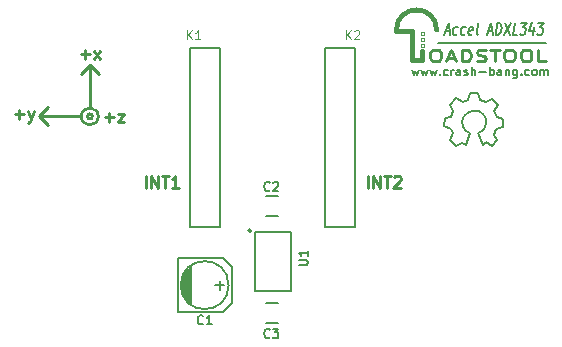
<source format=gto>
G04 #@! TF.FileFunction,Legend,Top*
%FSLAX46Y46*%
G04 Gerber Fmt 4.6, Leading zero omitted, Abs format (unit mm)*
G04 Created by KiCad (PCBNEW (2015-04-22 BZR 5620)-product) date 02/01/2016 09:16:18*
%MOMM*%
G01*
G04 APERTURE LIST*
%ADD10C,0.100000*%
%ADD11C,0.250000*%
%ADD12C,0.200000*%
%ADD13C,0.127000*%
%ADD14C,0.190500*%
%ADD15C,0.400000*%
%ADD16C,0.150000*%
%ADD17C,0.125000*%
G04 APERTURE END LIST*
D10*
D11*
X216297048Y-114244381D02*
X216297048Y-113244381D01*
X216773238Y-114244381D02*
X216773238Y-113244381D01*
X217344667Y-114244381D01*
X217344667Y-113244381D01*
X217678000Y-113244381D02*
X218249429Y-113244381D01*
X217963714Y-114244381D02*
X217963714Y-113244381D01*
X218535143Y-113339619D02*
X218582762Y-113292000D01*
X218678000Y-113244381D01*
X218916096Y-113244381D01*
X219011334Y-113292000D01*
X219058953Y-113339619D01*
X219106572Y-113434857D01*
X219106572Y-113530095D01*
X219058953Y-113672952D01*
X218487524Y-114244381D01*
X219106572Y-114244381D01*
X197501048Y-114244381D02*
X197501048Y-113244381D01*
X197977238Y-114244381D02*
X197977238Y-113244381D01*
X198548667Y-114244381D01*
X198548667Y-113244381D01*
X198882000Y-113244381D02*
X199453429Y-113244381D01*
X199167714Y-114244381D02*
X199167714Y-113244381D01*
X200310572Y-114244381D02*
X199739143Y-114244381D01*
X200024857Y-114244381D02*
X200024857Y-113244381D01*
X199929619Y-113387238D01*
X199834381Y-113482476D01*
X199739143Y-113530095D01*
X192000286Y-102941429D02*
X192762191Y-102941429D01*
X192381239Y-103322381D02*
X192381239Y-102560476D01*
X193143143Y-103322381D02*
X193666953Y-102655714D01*
X193143143Y-102655714D02*
X193666953Y-103322381D01*
X186436095Y-108021429D02*
X187198000Y-108021429D01*
X186817048Y-108402381D02*
X186817048Y-107640476D01*
X187578952Y-107735714D02*
X187817047Y-108402381D01*
X188055143Y-107735714D02*
X187817047Y-108402381D01*
X187721809Y-108640476D01*
X187674190Y-108688095D01*
X187578952Y-108735714D01*
X194032286Y-108275429D02*
X194794191Y-108275429D01*
X194413239Y-108656381D02*
X194413239Y-107894476D01*
X195175143Y-107989714D02*
X195698953Y-107989714D01*
X195175143Y-108656381D01*
X195698953Y-108656381D01*
X188468000Y-108204000D02*
X189230000Y-108966000D01*
X188468000Y-108204000D02*
X189230000Y-107442000D01*
X192786000Y-103886000D02*
X193548000Y-104648000D01*
X192786000Y-103886000D02*
X192024000Y-104648000D01*
X192024000Y-108204000D02*
X188468000Y-108204000D01*
X192786000Y-107442000D02*
X192786000Y-103886000D01*
X193006000Y-108204000D02*
G75*
G03X193006000Y-108204000I-220000J0D01*
G01*
X193504420Y-108204000D02*
G75*
G03X193504420Y-108204000I-718420J0D01*
G01*
D12*
X222250000Y-101981000D02*
X231386000Y-101981000D01*
D13*
X220068143Y-104237786D02*
X220207000Y-104723786D01*
X220345857Y-104376643D01*
X220484714Y-104723786D01*
X220623571Y-104237786D01*
X220831857Y-104237786D02*
X220970714Y-104723786D01*
X221109571Y-104376643D01*
X221248428Y-104723786D01*
X221387285Y-104237786D01*
X221595571Y-104237786D02*
X221734428Y-104723786D01*
X221873285Y-104376643D01*
X222012142Y-104723786D01*
X222150999Y-104237786D01*
X222428713Y-104654357D02*
X222463428Y-104689071D01*
X222428713Y-104723786D01*
X222393999Y-104689071D01*
X222428713Y-104654357D01*
X222428713Y-104723786D01*
X223088285Y-104689071D02*
X223018856Y-104723786D01*
X222879999Y-104723786D01*
X222810571Y-104689071D01*
X222775856Y-104654357D01*
X222741142Y-104584929D01*
X222741142Y-104376643D01*
X222775856Y-104307214D01*
X222810571Y-104272500D01*
X222879999Y-104237786D01*
X223018856Y-104237786D01*
X223088285Y-104272500D01*
X223400713Y-104723786D02*
X223400713Y-104237786D01*
X223400713Y-104376643D02*
X223435428Y-104307214D01*
X223470142Y-104272500D01*
X223539571Y-104237786D01*
X223608999Y-104237786D01*
X224164428Y-104723786D02*
X224164428Y-104341929D01*
X224129714Y-104272500D01*
X224060285Y-104237786D01*
X223921428Y-104237786D01*
X223851999Y-104272500D01*
X224164428Y-104689071D02*
X224094999Y-104723786D01*
X223921428Y-104723786D01*
X223851999Y-104689071D01*
X223817285Y-104619643D01*
X223817285Y-104550214D01*
X223851999Y-104480786D01*
X223921428Y-104446071D01*
X224094999Y-104446071D01*
X224164428Y-104411357D01*
X224476856Y-104689071D02*
X224546285Y-104723786D01*
X224685142Y-104723786D01*
X224754570Y-104689071D01*
X224789285Y-104619643D01*
X224789285Y-104584929D01*
X224754570Y-104515500D01*
X224685142Y-104480786D01*
X224580999Y-104480786D01*
X224511570Y-104446071D01*
X224476856Y-104376643D01*
X224476856Y-104341929D01*
X224511570Y-104272500D01*
X224580999Y-104237786D01*
X224685142Y-104237786D01*
X224754570Y-104272500D01*
X225101713Y-104723786D02*
X225101713Y-103994786D01*
X225414142Y-104723786D02*
X225414142Y-104341929D01*
X225379428Y-104272500D01*
X225309999Y-104237786D01*
X225205856Y-104237786D01*
X225136428Y-104272500D01*
X225101713Y-104307214D01*
X225761284Y-104446071D02*
X226316713Y-104446071D01*
X226663855Y-104723786D02*
X226663855Y-103994786D01*
X226663855Y-104272500D02*
X226733284Y-104237786D01*
X226872141Y-104237786D01*
X226941570Y-104272500D01*
X226976284Y-104307214D01*
X227010998Y-104376643D01*
X227010998Y-104584929D01*
X226976284Y-104654357D01*
X226941570Y-104689071D01*
X226872141Y-104723786D01*
X226733284Y-104723786D01*
X226663855Y-104689071D01*
X227635855Y-104723786D02*
X227635855Y-104341929D01*
X227601141Y-104272500D01*
X227531712Y-104237786D01*
X227392855Y-104237786D01*
X227323426Y-104272500D01*
X227635855Y-104689071D02*
X227566426Y-104723786D01*
X227392855Y-104723786D01*
X227323426Y-104689071D01*
X227288712Y-104619643D01*
X227288712Y-104550214D01*
X227323426Y-104480786D01*
X227392855Y-104446071D01*
X227566426Y-104446071D01*
X227635855Y-104411357D01*
X227982997Y-104237786D02*
X227982997Y-104723786D01*
X227982997Y-104307214D02*
X228017712Y-104272500D01*
X228087140Y-104237786D01*
X228191283Y-104237786D01*
X228260712Y-104272500D01*
X228295426Y-104341929D01*
X228295426Y-104723786D01*
X228954997Y-104237786D02*
X228954997Y-104827929D01*
X228920283Y-104897357D01*
X228885568Y-104932071D01*
X228816140Y-104966786D01*
X228711997Y-104966786D01*
X228642568Y-104932071D01*
X228954997Y-104689071D02*
X228885568Y-104723786D01*
X228746711Y-104723786D01*
X228677283Y-104689071D01*
X228642568Y-104654357D01*
X228607854Y-104584929D01*
X228607854Y-104376643D01*
X228642568Y-104307214D01*
X228677283Y-104272500D01*
X228746711Y-104237786D01*
X228885568Y-104237786D01*
X228954997Y-104272500D01*
X229302139Y-104654357D02*
X229336854Y-104689071D01*
X229302139Y-104723786D01*
X229267425Y-104689071D01*
X229302139Y-104654357D01*
X229302139Y-104723786D01*
X229961711Y-104689071D02*
X229892282Y-104723786D01*
X229753425Y-104723786D01*
X229683997Y-104689071D01*
X229649282Y-104654357D01*
X229614568Y-104584929D01*
X229614568Y-104376643D01*
X229649282Y-104307214D01*
X229683997Y-104272500D01*
X229753425Y-104237786D01*
X229892282Y-104237786D01*
X229961711Y-104272500D01*
X230378282Y-104723786D02*
X230308854Y-104689071D01*
X230274139Y-104654357D01*
X230239425Y-104584929D01*
X230239425Y-104376643D01*
X230274139Y-104307214D01*
X230308854Y-104272500D01*
X230378282Y-104237786D01*
X230482425Y-104237786D01*
X230551854Y-104272500D01*
X230586568Y-104307214D01*
X230621282Y-104376643D01*
X230621282Y-104584929D01*
X230586568Y-104654357D01*
X230551854Y-104689071D01*
X230482425Y-104723786D01*
X230378282Y-104723786D01*
X230933710Y-104723786D02*
X230933710Y-104237786D01*
X230933710Y-104307214D02*
X230968425Y-104272500D01*
X231037853Y-104237786D01*
X231141996Y-104237786D01*
X231211425Y-104272500D01*
X231246139Y-104341929D01*
X231246139Y-104723786D01*
X231246139Y-104341929D02*
X231280853Y-104272500D01*
X231350282Y-104237786D01*
X231454425Y-104237786D01*
X231523853Y-104272500D01*
X231558568Y-104341929D01*
X231558568Y-104723786D01*
D14*
X222894918Y-101004667D02*
X223257775Y-101004667D01*
X222786631Y-101290381D02*
X223165631Y-100290381D01*
X223294631Y-101290381D01*
X223881156Y-101242762D02*
X223802632Y-101290381D01*
X223657489Y-101290381D01*
X223590870Y-101242762D01*
X223560537Y-101195143D01*
X223536156Y-101099905D01*
X223571870Y-100814190D01*
X223620061Y-100718952D01*
X223662298Y-100671333D01*
X223740823Y-100623714D01*
X223885966Y-100623714D01*
X223952584Y-100671333D01*
X224534299Y-101242762D02*
X224455775Y-101290381D01*
X224310632Y-101290381D01*
X224244013Y-101242762D01*
X224213680Y-101195143D01*
X224189299Y-101099905D01*
X224225013Y-100814190D01*
X224273204Y-100718952D01*
X224315441Y-100671333D01*
X224393966Y-100623714D01*
X224539109Y-100623714D01*
X224605727Y-100671333D01*
X225151156Y-101242762D02*
X225072632Y-101290381D01*
X224927489Y-101290381D01*
X224860871Y-101242762D01*
X224836490Y-101147524D01*
X224884109Y-100766571D01*
X224932299Y-100671333D01*
X225010823Y-100623714D01*
X225155966Y-100623714D01*
X225222584Y-100671333D01*
X225246966Y-100766571D01*
X225235061Y-100861810D01*
X224860299Y-100957048D01*
X225616918Y-101290381D02*
X225550299Y-101242762D01*
X225525919Y-101147524D01*
X225633061Y-100290381D01*
X226487204Y-101004667D02*
X226850061Y-101004667D01*
X226378917Y-101290381D02*
X226757917Y-100290381D01*
X226886917Y-101290381D01*
X227140918Y-101290381D02*
X227265918Y-100290381D01*
X227447346Y-100290381D01*
X227550251Y-100338000D01*
X227610918Y-100433238D01*
X227635299Y-100528476D01*
X227647775Y-100718952D01*
X227629918Y-100861810D01*
X227569822Y-101052286D01*
X227521633Y-101147524D01*
X227437156Y-101242762D01*
X227322346Y-101290381D01*
X227140918Y-101290381D01*
X227955346Y-100290381D02*
X228338346Y-101290381D01*
X228463346Y-100290381D02*
X227830346Y-101290381D01*
X228991489Y-101290381D02*
X228628632Y-101290381D01*
X228753632Y-100290381D01*
X229297917Y-100290381D02*
X229769631Y-100290381D01*
X229468012Y-100671333D01*
X229576870Y-100671333D01*
X229643489Y-100718952D01*
X229673823Y-100766571D01*
X229698203Y-100861810D01*
X229668441Y-101099905D01*
X229620251Y-101195143D01*
X229578013Y-101242762D01*
X229499489Y-101290381D01*
X229281774Y-101290381D01*
X229215156Y-101242762D01*
X229184822Y-101195143D01*
X230381108Y-100623714D02*
X230297774Y-101290381D01*
X230247298Y-100242762D02*
X229976584Y-100957048D01*
X230448298Y-100957048D01*
X230749345Y-100290381D02*
X231221059Y-100290381D01*
X230919440Y-100671333D01*
X231028298Y-100671333D01*
X231094917Y-100718952D01*
X231125251Y-100766571D01*
X231149631Y-100861810D01*
X231119869Y-101099905D01*
X231071679Y-101195143D01*
X231029441Y-101242762D01*
X230950917Y-101290381D01*
X230733202Y-101290381D01*
X230666584Y-101242762D01*
X230636250Y-101195143D01*
D10*
X220844000Y-101292000D02*
X220844000Y-101092000D01*
X220844000Y-101092000D02*
X221044000Y-101092000D01*
X221044000Y-101092000D02*
X221044000Y-101292000D01*
X221044000Y-101292000D02*
X220844000Y-101292000D01*
X220844000Y-101792000D02*
X220844000Y-101592000D01*
X220844000Y-101592000D02*
X221044000Y-101592000D01*
X221044000Y-101592000D02*
X221044000Y-101792000D01*
X221044000Y-101792000D02*
X220844000Y-101792000D01*
X220844000Y-102292000D02*
X220844000Y-102092000D01*
X220844000Y-102092000D02*
X221044000Y-102092000D01*
X221044000Y-102092000D02*
X221044000Y-102292000D01*
X221044000Y-102292000D02*
X220844000Y-102292000D01*
D15*
X220044000Y-103392000D02*
X220944000Y-103392000D01*
X220944000Y-103392000D02*
X220944000Y-102692000D01*
X220044000Y-100992000D02*
X220044000Y-103392000D01*
X218744000Y-100992000D02*
X220044000Y-100992000D01*
X222144000Y-100892000D02*
G75*
G03X218744000Y-100892000I-1700000J0D01*
G01*
D16*
X201295000Y-102412000D02*
X201295000Y-117602000D01*
X201295000Y-117602000D02*
X203835000Y-117602000D01*
X203835000Y-117602000D02*
X203835000Y-102412000D01*
X201295000Y-102402000D02*
X203835000Y-102402000D01*
X212725000Y-102412000D02*
X212725000Y-117602000D01*
X212725000Y-117602000D02*
X215265000Y-117602000D01*
X215265000Y-117602000D02*
X215265000Y-102412000D01*
X212725000Y-102402000D02*
X215265000Y-102402000D01*
X204152500Y-122491500D02*
X203390500Y-122491500D01*
X203771500Y-122110500D02*
X203771500Y-122872500D01*
X204025500Y-124777500D02*
X200215500Y-124777500D01*
X204787500Y-120967500D02*
X204787500Y-124015500D01*
X204025500Y-124777500D02*
X204787500Y-124015500D01*
X204025500Y-120205500D02*
X200215500Y-120205500D01*
X204025500Y-120205500D02*
X204787500Y-120967500D01*
X200469500Y-122618500D02*
X200469500Y-122364500D01*
X200596500Y-121856500D02*
X200596500Y-123126500D01*
X200723500Y-123380500D02*
X200723500Y-121602500D01*
X200850500Y-123634500D02*
X200850500Y-121348500D01*
X200977500Y-121221500D02*
X200977500Y-123761500D01*
X201104500Y-123888500D02*
X201104500Y-121094500D01*
X201231500Y-120967500D02*
X201231500Y-124015500D01*
X201358500Y-120840500D02*
X201358500Y-124142500D01*
X204533500Y-122491500D02*
G75*
G03X204533500Y-122491500I-2032000J0D01*
G01*
X200215500Y-120205500D02*
X200215500Y-124777500D01*
X207716500Y-116610500D02*
X208716500Y-116610500D01*
X208716500Y-114910500D02*
X207716500Y-114910500D01*
X208716500Y-123991000D02*
X207716500Y-123991000D01*
X207716500Y-125691000D02*
X208716500Y-125691000D01*
X206471245Y-117873000D02*
G75*
G03X206471245Y-117873000I-161245J0D01*
G01*
X209780000Y-118023000D02*
X209780000Y-123023000D01*
X209780000Y-123023000D02*
X206780000Y-123023000D01*
X206780000Y-123023000D02*
X206780000Y-118023000D01*
X206780000Y-118023000D02*
X209780000Y-118023000D01*
X223517460Y-109641640D02*
X223258380Y-110202980D01*
X223258380Y-110202980D02*
X223796860Y-110721140D01*
X223796860Y-110721140D02*
X224317560Y-110451900D01*
X224317560Y-110451900D02*
X224596960Y-110611920D01*
X226037140Y-110591600D02*
X226367340Y-110401100D01*
X226367340Y-110401100D02*
X226806760Y-110731300D01*
X226806760Y-110731300D02*
X227279200Y-110241080D01*
X227279200Y-110241080D02*
X226997260Y-109761020D01*
X226997260Y-109761020D02*
X227187760Y-109291120D01*
X227187760Y-109291120D02*
X227797360Y-109103160D01*
X227797360Y-109103160D02*
X227797360Y-108422440D01*
X227797360Y-108422440D02*
X227238560Y-108282740D01*
X227238560Y-108282740D02*
X227037900Y-107711240D01*
X227037900Y-107711240D02*
X227307140Y-107241340D01*
X227307140Y-107241340D02*
X226837240Y-106730800D01*
X226837240Y-106730800D02*
X226319080Y-106992420D01*
X226319080Y-106992420D02*
X225849180Y-106791760D01*
X225849180Y-106791760D02*
X225679000Y-106250740D01*
X225679000Y-106250740D02*
X224988120Y-106232960D01*
X224988120Y-106232960D02*
X224777300Y-106781600D01*
X224777300Y-106781600D02*
X224358200Y-106951780D01*
X224358200Y-106951780D02*
X223807020Y-106682540D01*
X223807020Y-106682540D02*
X223288860Y-107210860D01*
X223288860Y-107210860D02*
X223537780Y-107751880D01*
X223537780Y-107751880D02*
X223367600Y-108231940D01*
X223367600Y-108231940D02*
X222818960Y-108331000D01*
X222818960Y-108331000D02*
X222808800Y-109032040D01*
X222808800Y-109032040D02*
X223367600Y-109232700D01*
X223367600Y-109232700D02*
X223507300Y-109631480D01*
X225648520Y-109611160D02*
X225948240Y-109461300D01*
X225948240Y-109461300D02*
X226148900Y-109263180D01*
X226148900Y-109263180D02*
X226298760Y-108861860D01*
X226298760Y-108861860D02*
X226298760Y-108463080D01*
X226298760Y-108463080D02*
X226148900Y-108112560D01*
X226148900Y-108112560D02*
X225696780Y-107762040D01*
X225696780Y-107762040D02*
X225247200Y-107711240D01*
X225247200Y-107711240D02*
X224848420Y-107812840D01*
X224848420Y-107812840D02*
X224447100Y-108160820D01*
X224447100Y-108160820D02*
X224297240Y-108612940D01*
X224297240Y-108612940D02*
X224348040Y-109110780D01*
X224348040Y-109110780D02*
X224596960Y-109413040D01*
X224596960Y-109413040D02*
X224947480Y-109611160D01*
X224947480Y-109611160D02*
X224596960Y-110611920D01*
X225648520Y-109611160D02*
X226047300Y-110611920D01*
D11*
X221944000Y-102544381D02*
X222201143Y-102544381D01*
X222329715Y-102592000D01*
X222458286Y-102687238D01*
X222522572Y-102877714D01*
X222522572Y-103211048D01*
X222458286Y-103401524D01*
X222329715Y-103496762D01*
X222201143Y-103544381D01*
X221944000Y-103544381D01*
X221815429Y-103496762D01*
X221686858Y-103401524D01*
X221622572Y-103211048D01*
X221622572Y-102877714D01*
X221686858Y-102687238D01*
X221815429Y-102592000D01*
X221944000Y-102544381D01*
X223036858Y-103258667D02*
X223679715Y-103258667D01*
X222908286Y-103544381D02*
X223358286Y-102544381D01*
X223808286Y-103544381D01*
X224258287Y-103544381D02*
X224258287Y-102544381D01*
X224579715Y-102544381D01*
X224772572Y-102592000D01*
X224901144Y-102687238D01*
X224965429Y-102782476D01*
X225029715Y-102972952D01*
X225029715Y-103115810D01*
X224965429Y-103306286D01*
X224901144Y-103401524D01*
X224772572Y-103496762D01*
X224579715Y-103544381D01*
X224258287Y-103544381D01*
X225544001Y-103496762D02*
X225736858Y-103544381D01*
X226058287Y-103544381D01*
X226186858Y-103496762D01*
X226251144Y-103449143D01*
X226315429Y-103353905D01*
X226315429Y-103258667D01*
X226251144Y-103163429D01*
X226186858Y-103115810D01*
X226058287Y-103068190D01*
X225801144Y-103020571D01*
X225672572Y-102972952D01*
X225608287Y-102925333D01*
X225544001Y-102830095D01*
X225544001Y-102734857D01*
X225608287Y-102639619D01*
X225672572Y-102592000D01*
X225801144Y-102544381D01*
X226122572Y-102544381D01*
X226315429Y-102592000D01*
X226701143Y-102544381D02*
X227472572Y-102544381D01*
X227086858Y-103544381D02*
X227086858Y-102544381D01*
X228179714Y-102544381D02*
X228436857Y-102544381D01*
X228565429Y-102592000D01*
X228694000Y-102687238D01*
X228758286Y-102877714D01*
X228758286Y-103211048D01*
X228694000Y-103401524D01*
X228565429Y-103496762D01*
X228436857Y-103544381D01*
X228179714Y-103544381D01*
X228051143Y-103496762D01*
X227922572Y-103401524D01*
X227858286Y-103211048D01*
X227858286Y-102877714D01*
X227922572Y-102687238D01*
X228051143Y-102592000D01*
X228179714Y-102544381D01*
X229594000Y-102544381D02*
X229851143Y-102544381D01*
X229979715Y-102592000D01*
X230108286Y-102687238D01*
X230172572Y-102877714D01*
X230172572Y-103211048D01*
X230108286Y-103401524D01*
X229979715Y-103496762D01*
X229851143Y-103544381D01*
X229594000Y-103544381D01*
X229465429Y-103496762D01*
X229336858Y-103401524D01*
X229272572Y-103211048D01*
X229272572Y-102877714D01*
X229336858Y-102687238D01*
X229465429Y-102592000D01*
X229594000Y-102544381D01*
X231394001Y-103544381D02*
X230751144Y-103544381D01*
X230751144Y-102544381D01*
D17*
X200986572Y-101690714D02*
X200986572Y-100928714D01*
X201422000Y-101690714D02*
X201095429Y-101255286D01*
X201422000Y-100928714D02*
X200986572Y-101364143D01*
X202147714Y-101690714D02*
X201712286Y-101690714D01*
X201930000Y-101690714D02*
X201930000Y-100928714D01*
X201857429Y-101037571D01*
X201784857Y-101110143D01*
X201712286Y-101146429D01*
X214448572Y-101690714D02*
X214448572Y-100928714D01*
X214884000Y-101690714D02*
X214557429Y-101255286D01*
X214884000Y-100928714D02*
X214448572Y-101364143D01*
X215174286Y-101001286D02*
X215210572Y-100965000D01*
X215283143Y-100928714D01*
X215464572Y-100928714D01*
X215537143Y-100965000D01*
X215573429Y-101001286D01*
X215609714Y-101073857D01*
X215609714Y-101146429D01*
X215573429Y-101255286D01*
X215138000Y-101690714D01*
X215609714Y-101690714D01*
D13*
X202374500Y-125748143D02*
X202338214Y-125784429D01*
X202229357Y-125820714D01*
X202156786Y-125820714D01*
X202047929Y-125784429D01*
X201975357Y-125711857D01*
X201939072Y-125639286D01*
X201902786Y-125494143D01*
X201902786Y-125385286D01*
X201939072Y-125240143D01*
X201975357Y-125167571D01*
X202047929Y-125095000D01*
X202156786Y-125058714D01*
X202229357Y-125058714D01*
X202338214Y-125095000D01*
X202374500Y-125131286D01*
X203100214Y-125820714D02*
X202664786Y-125820714D01*
X202882500Y-125820714D02*
X202882500Y-125058714D01*
X202809929Y-125167571D01*
X202737357Y-125240143D01*
X202664786Y-125276429D01*
X208026000Y-114445143D02*
X207989714Y-114481429D01*
X207880857Y-114517714D01*
X207808286Y-114517714D01*
X207699429Y-114481429D01*
X207626857Y-114408857D01*
X207590572Y-114336286D01*
X207554286Y-114191143D01*
X207554286Y-114082286D01*
X207590572Y-113937143D01*
X207626857Y-113864571D01*
X207699429Y-113792000D01*
X207808286Y-113755714D01*
X207880857Y-113755714D01*
X207989714Y-113792000D01*
X208026000Y-113828286D01*
X208316286Y-113828286D02*
X208352572Y-113792000D01*
X208425143Y-113755714D01*
X208606572Y-113755714D01*
X208679143Y-113792000D01*
X208715429Y-113828286D01*
X208751714Y-113900857D01*
X208751714Y-113973429D01*
X208715429Y-114082286D01*
X208280000Y-114517714D01*
X208751714Y-114517714D01*
X208026000Y-126891143D02*
X207989714Y-126927429D01*
X207880857Y-126963714D01*
X207808286Y-126963714D01*
X207699429Y-126927429D01*
X207626857Y-126854857D01*
X207590572Y-126782286D01*
X207554286Y-126637143D01*
X207554286Y-126528286D01*
X207590572Y-126383143D01*
X207626857Y-126310571D01*
X207699429Y-126238000D01*
X207808286Y-126201714D01*
X207880857Y-126201714D01*
X207989714Y-126238000D01*
X208026000Y-126274286D01*
X208280000Y-126201714D02*
X208751714Y-126201714D01*
X208497714Y-126492000D01*
X208606572Y-126492000D01*
X208679143Y-126528286D01*
X208715429Y-126564571D01*
X208751714Y-126637143D01*
X208751714Y-126818571D01*
X208715429Y-126891143D01*
X208679143Y-126927429D01*
X208606572Y-126963714D01*
X208388857Y-126963714D01*
X208316286Y-126927429D01*
X208280000Y-126891143D01*
X210466214Y-120786071D02*
X211083071Y-120786071D01*
X211155643Y-120749786D01*
X211191929Y-120713500D01*
X211228214Y-120640929D01*
X211228214Y-120495786D01*
X211191929Y-120423214D01*
X211155643Y-120386929D01*
X211083071Y-120350643D01*
X210466214Y-120350643D01*
X211228214Y-119588643D02*
X211228214Y-120024071D01*
X211228214Y-119806357D02*
X210466214Y-119806357D01*
X210575071Y-119878928D01*
X210647643Y-119951500D01*
X210683929Y-120024071D01*
M02*

</source>
